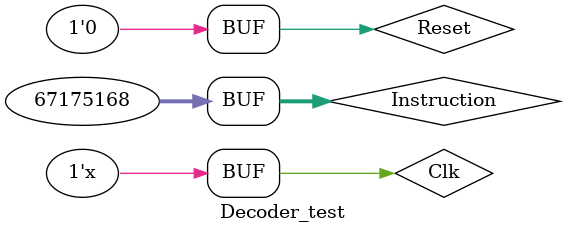
<source format=v>
`timescale 1ns / 1ps


module Decoder_test();

	// Inputs
	reg Clk;
	reg Reset;
	reg [31:0] Instruction;

	// Instantiate the Unit Under Test (UUT)
	Decoder uut (
		.Clk(Clk), 
		.Reset(Reset), 
		.Instruction(Instruction)
	);
	
	initial begin
		// Initialize Inputs
		Clk = 0;
		Reset = 0;
		Instruction = 0;	

		#10 Reset=1;
		#10 Reset=0;
		#100 Instruction=32'b00100000_00000000_00000001_00000011; // (ADD R0 R1 R3)
		#100 Instruction=32'b00100000_00000010_00000000_00000001; // (ADD R2 R0 R1)
		#100 Instruction=32'b00010000_00000001_00000011_00000010; // (SUB R1 R3 R2)
		#100 Instruction=32'b00010000_00000011_00000010_00000000; // (SUB R3 R2 R0)
		#100 Instruction=32'b00001000_00000000_00000010_00000010; // (SL R0 2 R2)
		#100 Instruction=32'b00000100_00000001_00000011_00000000; // (SR R1 3 R0)  
      
		// Add stimulus here
	end
	
	always
		#10 Clk = ~Clk;
      
endmodule


</source>
